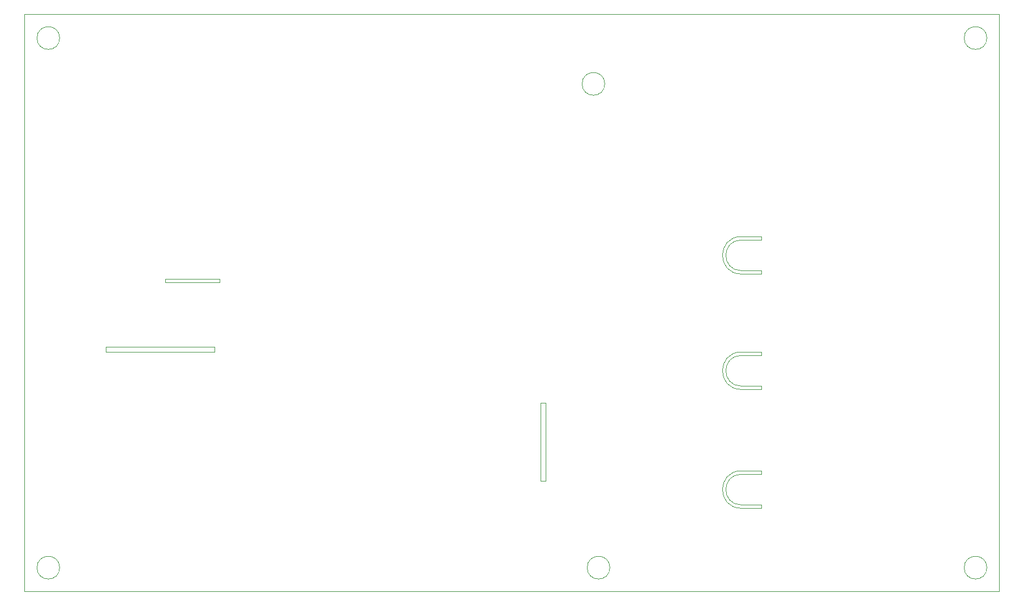
<source format=gbr>
%TF.GenerationSoftware,KiCad,Pcbnew,(5.1.9)-1*%
%TF.CreationDate,2022-01-12T17:44:04+01:00*%
%TF.ProjectId,Allarmino,416c6c61-726d-4696-9e6f-2e6b69636164,rev?*%
%TF.SameCoordinates,Original*%
%TF.FileFunction,Profile,NP*%
%FSLAX46Y46*%
G04 Gerber Fmt 4.6, Leading zero omitted, Abs format (unit mm)*
G04 Created by KiCad (PCBNEW (5.1.9)-1) date 2022-01-12 17:44:04*
%MOMM*%
%LPD*%
G01*
G04 APERTURE LIST*
%TA.AperFunction,Profile*%
%ADD10C,0.050000*%
%TD*%
G04 APERTURE END LIST*
D10*
X97282000Y-74168000D02*
X98298000Y-74168000D01*
X97282000Y-74676000D02*
X97282000Y-74168000D01*
X105410000Y-74676000D02*
X97282000Y-74676000D01*
X105410000Y-74168000D02*
X105410000Y-74676000D01*
X98298000Y-74168000D02*
X105410000Y-74168000D01*
X153416000Y-104394000D02*
X153416000Y-92710000D01*
X154178000Y-104394000D02*
X153416000Y-104394000D01*
X154178000Y-92710000D02*
X154178000Y-104394000D01*
X153416000Y-92710000D02*
X154178000Y-92710000D01*
X104648000Y-85090000D02*
X104648000Y-84328000D01*
X88392000Y-85090000D02*
X104648000Y-85090000D01*
X88392000Y-84328000D02*
X88392000Y-85090000D01*
X104648000Y-84328000D02*
X88392000Y-84328000D01*
X162990000Y-44958000D02*
G75*
G03*
X162990000Y-44958000I-1700000J0D01*
G01*
X163752000Y-117348000D02*
G75*
G03*
X163752000Y-117348000I-1700000J0D01*
G01*
X183388000Y-73406000D02*
G75*
G02*
X183388000Y-67818000I0J2794000D01*
G01*
X183388000Y-67818000D02*
X186436000Y-67818000D01*
X183388000Y-72898000D02*
G75*
G02*
X183388000Y-68326000I0J2286000D01*
G01*
X186436000Y-72898000D02*
X186436000Y-73406000D01*
X186436000Y-68326000D02*
X183388000Y-68326000D01*
X183388000Y-72898000D02*
X186436000Y-72898000D01*
X186436000Y-73406000D02*
X183388000Y-73406000D01*
X186436000Y-67818000D02*
X186436000Y-68326000D01*
X183388000Y-90170000D02*
G75*
G02*
X183388000Y-85598000I0J2286000D01*
G01*
X183388000Y-90678000D02*
G75*
G02*
X183388000Y-85090000I0J2794000D01*
G01*
X183388000Y-85090000D02*
X186436000Y-85090000D01*
X186436000Y-90678000D02*
X183388000Y-90678000D01*
X186436000Y-85090000D02*
X186436000Y-85598000D01*
X186436000Y-90170000D02*
X186436000Y-90678000D01*
X186436000Y-85598000D02*
X183388000Y-85598000D01*
X183388000Y-90170000D02*
X186436000Y-90170000D01*
X186436000Y-108458000D02*
X183388000Y-108458000D01*
X186436000Y-107950000D02*
X186436000Y-108458000D01*
X183388000Y-107950000D02*
X186436000Y-107950000D01*
X186436000Y-103378000D02*
X183388000Y-103378000D01*
X186436000Y-102870000D02*
X186436000Y-103378000D01*
X183388000Y-102870000D02*
X186436000Y-102870000D01*
X183388000Y-107950000D02*
G75*
G02*
X183388000Y-103378000I0J2286000D01*
G01*
X183388000Y-108458000D02*
G75*
G02*
X183388000Y-102870000I0J2794000D01*
G01*
X81456000Y-38100000D02*
G75*
G03*
X81456000Y-38100000I-1700000J0D01*
G01*
X76200000Y-120904000D02*
X76200000Y-34544000D01*
X81456000Y-117348000D02*
G75*
G03*
X81456000Y-117348000I-1700000J0D01*
G01*
X221996000Y-120904000D02*
X76200000Y-120904000D01*
X220140000Y-117348000D02*
G75*
G03*
X220140000Y-117348000I-1700000J0D01*
G01*
X76200000Y-34544000D02*
X221996000Y-34544000D01*
X221996000Y-120904000D02*
X221996000Y-34544000D01*
X220140000Y-38100000D02*
G75*
G03*
X220140000Y-38100000I-1700000J0D01*
G01*
M02*

</source>
